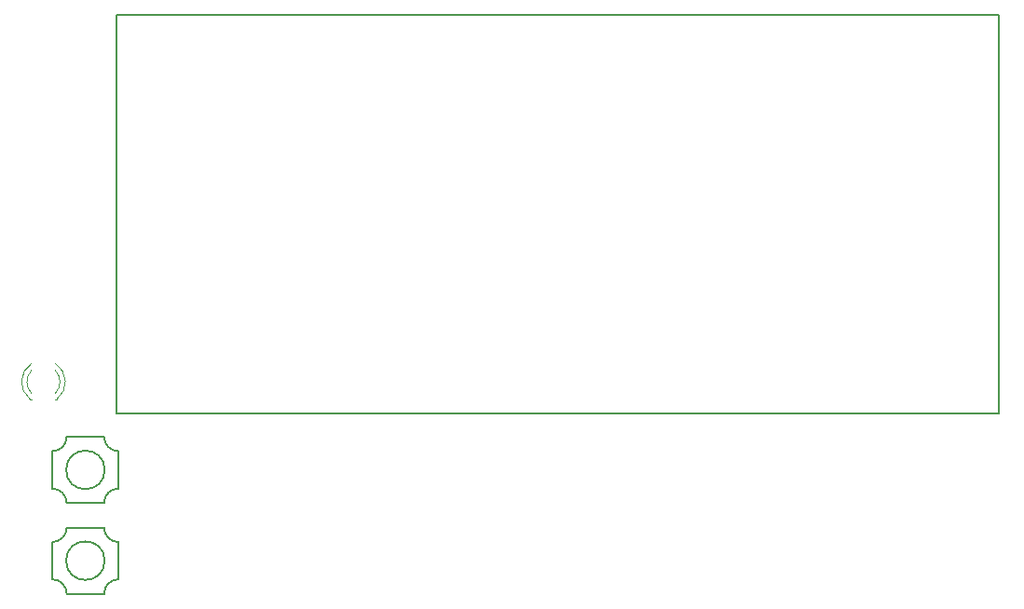
<source format=gbo>
G04 #@! TF.GenerationSoftware,KiCad,Pcbnew,(5.1.5)-2*
G04 #@! TF.CreationDate,2020-02-20T16:43:49+01:00*
G04 #@! TF.ProjectId,BBMini32,42424d69-6e69-4333-922e-6b696361645f,V1.0*
G04 #@! TF.SameCoordinates,PX1312d00PY55d4a80*
G04 #@! TF.FileFunction,Legend,Bot*
G04 #@! TF.FilePolarity,Positive*
%FSLAX46Y46*%
G04 Gerber Fmt 4.6, Leading zero omitted, Abs format (unit mm)*
G04 Created by KiCad (PCBNEW (5.1.5)-2) date 2020-02-20 16:43:49*
%MOMM*%
%LPD*%
G04 APERTURE LIST*
%ADD10C,0.120000*%
%ADD11C,0.150000*%
%ADD12C,1.902000*%
%ADD13R,1.902000X1.902000*%
%ADD14C,2.102000*%
%ADD15C,1.602000*%
%ADD16C,6.502000*%
%ADD17C,5.102000*%
%ADD18O,1.702000X1.702000*%
%ADD19R,1.702000X1.702000*%
%ADD20C,0.100000*%
%ADD21O,1.602000X2.102000*%
%ADD22C,1.702000*%
%ADD23R,1.152000X1.602000*%
%ADD24O,1.152000X1.602000*%
%ADD25O,1.802000X1.802000*%
%ADD26R,1.802000X1.802000*%
G04 APERTURE END LIST*
D10*
X1780000Y32941000D02*
X1624000Y32941000D01*
X4096000Y32941000D02*
X3940000Y32941000D01*
X1780163Y35542130D02*
G75*
G03X1780000Y33460039I1079837J-1041130D01*
G01*
X3939837Y35542130D02*
G75*
G02X3940000Y33460039I-1079837J-1041130D01*
G01*
X1781392Y36173335D02*
G75*
G03X1624484Y32941000I1078608J-1672335D01*
G01*
X3938608Y36173335D02*
G75*
G02X4095516Y32941000I-1078608J-1672335D01*
G01*
D11*
X4970000Y15245000D02*
G75*
G03X3670000Y16545000I-1300000J0D01*
G01*
X9670000Y16545000D02*
G75*
G03X8370000Y15245000I0J-1300000D01*
G01*
X8370000Y21245000D02*
G75*
G03X9670000Y19945000I1300000J0D01*
G01*
X3670000Y19945000D02*
G75*
G03X4970000Y21245000I0J1300000D01*
G01*
X9670000Y16545000D02*
X9670000Y19945000D01*
X3670000Y19945000D02*
X3670000Y16545000D01*
X4970000Y15245000D02*
X8370000Y15245000D01*
X4970000Y21245000D02*
X8370000Y21245000D01*
X8422600Y18245000D02*
G75*
G03X8422600Y18245000I-1752600J0D01*
G01*
X4970000Y23500000D02*
G75*
G03X3670000Y24800000I-1300000J0D01*
G01*
X9670000Y24800000D02*
G75*
G03X8370000Y23500000I0J-1300000D01*
G01*
X8370000Y29500000D02*
G75*
G03X9670000Y28200000I1300000J0D01*
G01*
X3670000Y28200000D02*
G75*
G03X4970000Y29500000I0J1300000D01*
G01*
X9670000Y24800000D02*
X9670000Y28200000D01*
X3670000Y28200000D02*
X3670000Y24800000D01*
X4970000Y23500000D02*
X8370000Y23500000D01*
X4970000Y29500000D02*
X8370000Y29500000D01*
X8422600Y26500000D02*
G75*
G03X8422600Y26500000I-1752600J0D01*
G01*
X89696000Y67835000D02*
X89696000Y31635000D01*
X9496000Y67835000D02*
X9496000Y31635000D01*
X89696000Y67835000D02*
X9496000Y67835000D01*
X89696000Y31635000D02*
X9496000Y31635000D01*
%LPC*%
D12*
X2860000Y35771000D03*
D13*
X2860000Y33231000D03*
D14*
X10480000Y20785000D03*
X2860000Y20785000D03*
X10480000Y15705000D03*
X2860000Y15705000D03*
X10480000Y29040000D03*
X2860000Y29040000D03*
X10480000Y23960000D03*
X2860000Y23960000D03*
D15*
X65725000Y44280000D03*
X42865000Y44280000D03*
X40325000Y44280000D03*
X60645000Y44280000D03*
X20005000Y44280000D03*
X22545000Y44280000D03*
X25085000Y44280000D03*
X27625000Y44280000D03*
X30165000Y44280000D03*
X32705000Y44280000D03*
X35245000Y44280000D03*
X37785000Y44280000D03*
X63185000Y44280000D03*
X58105000Y44280000D03*
X55565000Y44280000D03*
X53025000Y44280000D03*
X50485000Y44280000D03*
X47945000Y44280000D03*
X45405000Y44280000D03*
X65725000Y18880000D03*
X60645000Y18880000D03*
X20005000Y18880000D03*
X22545000Y18880000D03*
X25085000Y18880000D03*
X27625000Y18880000D03*
X30165000Y18880000D03*
X32705000Y18880000D03*
X35245000Y18880000D03*
X37785000Y18880000D03*
X63185000Y18880000D03*
X58105000Y18880000D03*
X55565000Y18880000D03*
X53025000Y18880000D03*
X50485000Y18880000D03*
X47945000Y18880000D03*
X45405000Y18880000D03*
X42865000Y18880000D03*
X40325000Y18880000D03*
D16*
X5000000Y5000000D03*
X95000000Y5000000D03*
X95000000Y65000000D03*
X5000000Y65000000D03*
D12*
X43496000Y65235000D03*
X46036000Y65235000D03*
X48576000Y65235000D03*
X51116000Y65235000D03*
X53656000Y65235000D03*
X56196000Y65235000D03*
X58736000Y65235000D03*
X61276000Y65235000D03*
X63816000Y65235000D03*
X66356000Y65235000D03*
X68896000Y65235000D03*
X71436000Y65235000D03*
X73976000Y65235000D03*
X76516000Y65235000D03*
X79056000Y65235000D03*
D13*
X81596000Y65235000D03*
D17*
X12246000Y34385000D03*
X86946000Y34385000D03*
X12246000Y65135000D03*
X86946000Y65085000D03*
D18*
X78425000Y25865000D03*
X96205000Y18245000D03*
X80965000Y25865000D03*
X93665000Y18245000D03*
X83505000Y25865000D03*
X91125000Y18245000D03*
X86045000Y25865000D03*
X88585000Y18245000D03*
X88585000Y25865000D03*
X86045000Y18245000D03*
X91125000Y25865000D03*
X83505000Y18245000D03*
X93665000Y25865000D03*
X80965000Y18245000D03*
X96205000Y25865000D03*
D19*
X78425000Y18245000D03*
D18*
X58740000Y55075000D03*
X40960000Y62695000D03*
X56200000Y55075000D03*
X43500000Y62695000D03*
X53660000Y55075000D03*
X46040000Y62695000D03*
X51120000Y55075000D03*
X48580000Y62695000D03*
X48580000Y55075000D03*
X51120000Y62695000D03*
X46040000Y55075000D03*
X53660000Y62695000D03*
X43500000Y55075000D03*
X56200000Y62695000D03*
X40960000Y55075000D03*
D19*
X58740000Y62695000D03*
D20*
G36*
X87667405Y8306933D02*
G01*
X87699002Y8302246D01*
X87729988Y8294484D01*
X87760063Y8283723D01*
X87788940Y8270065D01*
X87816338Y8253643D01*
X87841995Y8234615D01*
X87865663Y8213163D01*
X87887115Y8189495D01*
X87906143Y8163838D01*
X87922565Y8136440D01*
X87936223Y8107563D01*
X87946984Y8077488D01*
X87954746Y8046502D01*
X87959433Y8014905D01*
X87961000Y7983000D01*
X87961000Y6432000D01*
X87959433Y6400095D01*
X87954746Y6368498D01*
X87946984Y6337512D01*
X87936223Y6307437D01*
X87922565Y6278560D01*
X87906143Y6251162D01*
X87887115Y6225505D01*
X87865663Y6201837D01*
X87841995Y6180385D01*
X87816338Y6161357D01*
X87788940Y6144935D01*
X87760063Y6131277D01*
X87729988Y6120516D01*
X87699002Y6112754D01*
X87667405Y6108067D01*
X87635500Y6106500D01*
X86984500Y6106500D01*
X86952595Y6108067D01*
X86920998Y6112754D01*
X86890012Y6120516D01*
X86859937Y6131277D01*
X86831060Y6144935D01*
X86803662Y6161357D01*
X86778005Y6180385D01*
X86754337Y6201837D01*
X86732885Y6225505D01*
X86713857Y6251162D01*
X86697435Y6278560D01*
X86683777Y6307437D01*
X86673016Y6337512D01*
X86665254Y6368498D01*
X86660567Y6400095D01*
X86659000Y6432000D01*
X86659000Y7983000D01*
X86660567Y8014905D01*
X86665254Y8046502D01*
X86673016Y8077488D01*
X86683777Y8107563D01*
X86697435Y8136440D01*
X86713857Y8163838D01*
X86732885Y8189495D01*
X86754337Y8213163D01*
X86778005Y8234615D01*
X86803662Y8253643D01*
X86831060Y8270065D01*
X86859937Y8283723D01*
X86890012Y8294484D01*
X86920998Y8302246D01*
X86952595Y8306933D01*
X86984500Y8308500D01*
X87635500Y8308500D01*
X87667405Y8306933D01*
G37*
G36*
X86217405Y10956933D02*
G01*
X86249002Y10952246D01*
X86279988Y10944484D01*
X86310063Y10933723D01*
X86338940Y10920065D01*
X86366338Y10903643D01*
X86391995Y10884615D01*
X86415663Y10863163D01*
X86437115Y10839495D01*
X86456143Y10813838D01*
X86472565Y10786440D01*
X86486223Y10757563D01*
X86496984Y10727488D01*
X86504746Y10696502D01*
X86509433Y10664905D01*
X86511000Y10633000D01*
X86511000Y9982000D01*
X86509433Y9950095D01*
X86504746Y9918498D01*
X86496984Y9887512D01*
X86486223Y9857437D01*
X86472565Y9828560D01*
X86456143Y9801162D01*
X86437115Y9775505D01*
X86415663Y9751837D01*
X86391995Y9730385D01*
X86366338Y9711357D01*
X86338940Y9694935D01*
X86310063Y9681277D01*
X86279988Y9670516D01*
X86249002Y9662754D01*
X86217405Y9658067D01*
X86185500Y9656500D01*
X84634500Y9656500D01*
X84602595Y9658067D01*
X84570998Y9662754D01*
X84540012Y9670516D01*
X84509937Y9681277D01*
X84481060Y9694935D01*
X84453662Y9711357D01*
X84428005Y9730385D01*
X84404337Y9751837D01*
X84382885Y9775505D01*
X84363857Y9801162D01*
X84347435Y9828560D01*
X84333777Y9857437D01*
X84323016Y9887512D01*
X84315254Y9918498D01*
X84310567Y9950095D01*
X84309000Y9982000D01*
X84309000Y10633000D01*
X84310567Y10664905D01*
X84315254Y10696502D01*
X84323016Y10727488D01*
X84333777Y10757563D01*
X84347435Y10786440D01*
X84363857Y10813838D01*
X84382885Y10839495D01*
X84404337Y10863163D01*
X84428005Y10884615D01*
X84453662Y10903643D01*
X84481060Y10920065D01*
X84509937Y10933723D01*
X84540012Y10944484D01*
X84570998Y10952246D01*
X84602595Y10956933D01*
X84634500Y10958500D01*
X86185500Y10958500D01*
X86217405Y10956933D01*
G37*
G36*
X83867405Y8306933D02*
G01*
X83899002Y8302246D01*
X83929988Y8294484D01*
X83960063Y8283723D01*
X83988940Y8270065D01*
X84016338Y8253643D01*
X84041995Y8234615D01*
X84065663Y8213163D01*
X84087115Y8189495D01*
X84106143Y8163838D01*
X84122565Y8136440D01*
X84136223Y8107563D01*
X84146984Y8077488D01*
X84154746Y8046502D01*
X84159433Y8014905D01*
X84161000Y7983000D01*
X84161000Y6432000D01*
X84159433Y6400095D01*
X84154746Y6368498D01*
X84146984Y6337512D01*
X84136223Y6307437D01*
X84122565Y6278560D01*
X84106143Y6251162D01*
X84087115Y6225505D01*
X84065663Y6201837D01*
X84041995Y6180385D01*
X84016338Y6161357D01*
X83988940Y6144935D01*
X83960063Y6131277D01*
X83929988Y6120516D01*
X83899002Y6112754D01*
X83867405Y6108067D01*
X83835500Y6106500D01*
X83184500Y6106500D01*
X83152595Y6108067D01*
X83120998Y6112754D01*
X83090012Y6120516D01*
X83059937Y6131277D01*
X83031060Y6144935D01*
X83003662Y6161357D01*
X82978005Y6180385D01*
X82954337Y6201837D01*
X82932885Y6225505D01*
X82913857Y6251162D01*
X82897435Y6278560D01*
X82883777Y6307437D01*
X82873016Y6337512D01*
X82865254Y6368498D01*
X82860567Y6400095D01*
X82859000Y6432000D01*
X82859000Y7983000D01*
X82860567Y8014905D01*
X82865254Y8046502D01*
X82873016Y8077488D01*
X82883777Y8107563D01*
X82897435Y8136440D01*
X82913857Y8163838D01*
X82932885Y8189495D01*
X82954337Y8213163D01*
X82978005Y8234615D01*
X83003662Y8253643D01*
X83031060Y8270065D01*
X83059937Y8283723D01*
X83090012Y8294484D01*
X83120998Y8302246D01*
X83152595Y8306933D01*
X83184500Y8308500D01*
X83835500Y8308500D01*
X83867405Y8306933D01*
G37*
D21*
X87410000Y2557500D03*
X83410000Y2557500D03*
D20*
G36*
X77507405Y8306933D02*
G01*
X77539002Y8302246D01*
X77569988Y8294484D01*
X77600063Y8283723D01*
X77628940Y8270065D01*
X77656338Y8253643D01*
X77681995Y8234615D01*
X77705663Y8213163D01*
X77727115Y8189495D01*
X77746143Y8163838D01*
X77762565Y8136440D01*
X77776223Y8107563D01*
X77786984Y8077488D01*
X77794746Y8046502D01*
X77799433Y8014905D01*
X77801000Y7983000D01*
X77801000Y6432000D01*
X77799433Y6400095D01*
X77794746Y6368498D01*
X77786984Y6337512D01*
X77776223Y6307437D01*
X77762565Y6278560D01*
X77746143Y6251162D01*
X77727115Y6225505D01*
X77705663Y6201837D01*
X77681995Y6180385D01*
X77656338Y6161357D01*
X77628940Y6144935D01*
X77600063Y6131277D01*
X77569988Y6120516D01*
X77539002Y6112754D01*
X77507405Y6108067D01*
X77475500Y6106500D01*
X76824500Y6106500D01*
X76792595Y6108067D01*
X76760998Y6112754D01*
X76730012Y6120516D01*
X76699937Y6131277D01*
X76671060Y6144935D01*
X76643662Y6161357D01*
X76618005Y6180385D01*
X76594337Y6201837D01*
X76572885Y6225505D01*
X76553857Y6251162D01*
X76537435Y6278560D01*
X76523777Y6307437D01*
X76513016Y6337512D01*
X76505254Y6368498D01*
X76500567Y6400095D01*
X76499000Y6432000D01*
X76499000Y7983000D01*
X76500567Y8014905D01*
X76505254Y8046502D01*
X76513016Y8077488D01*
X76523777Y8107563D01*
X76537435Y8136440D01*
X76553857Y8163838D01*
X76572885Y8189495D01*
X76594337Y8213163D01*
X76618005Y8234615D01*
X76643662Y8253643D01*
X76671060Y8270065D01*
X76699937Y8283723D01*
X76730012Y8294484D01*
X76760998Y8302246D01*
X76792595Y8306933D01*
X76824500Y8308500D01*
X77475500Y8308500D01*
X77507405Y8306933D01*
G37*
G36*
X76057405Y10956933D02*
G01*
X76089002Y10952246D01*
X76119988Y10944484D01*
X76150063Y10933723D01*
X76178940Y10920065D01*
X76206338Y10903643D01*
X76231995Y10884615D01*
X76255663Y10863163D01*
X76277115Y10839495D01*
X76296143Y10813838D01*
X76312565Y10786440D01*
X76326223Y10757563D01*
X76336984Y10727488D01*
X76344746Y10696502D01*
X76349433Y10664905D01*
X76351000Y10633000D01*
X76351000Y9982000D01*
X76349433Y9950095D01*
X76344746Y9918498D01*
X76336984Y9887512D01*
X76326223Y9857437D01*
X76312565Y9828560D01*
X76296143Y9801162D01*
X76277115Y9775505D01*
X76255663Y9751837D01*
X76231995Y9730385D01*
X76206338Y9711357D01*
X76178940Y9694935D01*
X76150063Y9681277D01*
X76119988Y9670516D01*
X76089002Y9662754D01*
X76057405Y9658067D01*
X76025500Y9656500D01*
X74474500Y9656500D01*
X74442595Y9658067D01*
X74410998Y9662754D01*
X74380012Y9670516D01*
X74349937Y9681277D01*
X74321060Y9694935D01*
X74293662Y9711357D01*
X74268005Y9730385D01*
X74244337Y9751837D01*
X74222885Y9775505D01*
X74203857Y9801162D01*
X74187435Y9828560D01*
X74173777Y9857437D01*
X74163016Y9887512D01*
X74155254Y9918498D01*
X74150567Y9950095D01*
X74149000Y9982000D01*
X74149000Y10633000D01*
X74150567Y10664905D01*
X74155254Y10696502D01*
X74163016Y10727488D01*
X74173777Y10757563D01*
X74187435Y10786440D01*
X74203857Y10813838D01*
X74222885Y10839495D01*
X74244337Y10863163D01*
X74268005Y10884615D01*
X74293662Y10903643D01*
X74321060Y10920065D01*
X74349937Y10933723D01*
X74380012Y10944484D01*
X74410998Y10952246D01*
X74442595Y10956933D01*
X74474500Y10958500D01*
X76025500Y10958500D01*
X76057405Y10956933D01*
G37*
G36*
X73707405Y8306933D02*
G01*
X73739002Y8302246D01*
X73769988Y8294484D01*
X73800063Y8283723D01*
X73828940Y8270065D01*
X73856338Y8253643D01*
X73881995Y8234615D01*
X73905663Y8213163D01*
X73927115Y8189495D01*
X73946143Y8163838D01*
X73962565Y8136440D01*
X73976223Y8107563D01*
X73986984Y8077488D01*
X73994746Y8046502D01*
X73999433Y8014905D01*
X74001000Y7983000D01*
X74001000Y6432000D01*
X73999433Y6400095D01*
X73994746Y6368498D01*
X73986984Y6337512D01*
X73976223Y6307437D01*
X73962565Y6278560D01*
X73946143Y6251162D01*
X73927115Y6225505D01*
X73905663Y6201837D01*
X73881995Y6180385D01*
X73856338Y6161357D01*
X73828940Y6144935D01*
X73800063Y6131277D01*
X73769988Y6120516D01*
X73739002Y6112754D01*
X73707405Y6108067D01*
X73675500Y6106500D01*
X73024500Y6106500D01*
X72992595Y6108067D01*
X72960998Y6112754D01*
X72930012Y6120516D01*
X72899937Y6131277D01*
X72871060Y6144935D01*
X72843662Y6161357D01*
X72818005Y6180385D01*
X72794337Y6201837D01*
X72772885Y6225505D01*
X72753857Y6251162D01*
X72737435Y6278560D01*
X72723777Y6307437D01*
X72713016Y6337512D01*
X72705254Y6368498D01*
X72700567Y6400095D01*
X72699000Y6432000D01*
X72699000Y7983000D01*
X72700567Y8014905D01*
X72705254Y8046502D01*
X72713016Y8077488D01*
X72723777Y8107563D01*
X72737435Y8136440D01*
X72753857Y8163838D01*
X72772885Y8189495D01*
X72794337Y8213163D01*
X72818005Y8234615D01*
X72843662Y8253643D01*
X72871060Y8270065D01*
X72899937Y8283723D01*
X72930012Y8294484D01*
X72960998Y8302246D01*
X72992595Y8306933D01*
X73024500Y8308500D01*
X73675500Y8308500D01*
X73707405Y8306933D01*
G37*
D21*
X77250000Y2557500D03*
X73250000Y2557500D03*
D20*
G36*
X67347405Y8306933D02*
G01*
X67379002Y8302246D01*
X67409988Y8294484D01*
X67440063Y8283723D01*
X67468940Y8270065D01*
X67496338Y8253643D01*
X67521995Y8234615D01*
X67545663Y8213163D01*
X67567115Y8189495D01*
X67586143Y8163838D01*
X67602565Y8136440D01*
X67616223Y8107563D01*
X67626984Y8077488D01*
X67634746Y8046502D01*
X67639433Y8014905D01*
X67641000Y7983000D01*
X67641000Y6432000D01*
X67639433Y6400095D01*
X67634746Y6368498D01*
X67626984Y6337512D01*
X67616223Y6307437D01*
X67602565Y6278560D01*
X67586143Y6251162D01*
X67567115Y6225505D01*
X67545663Y6201837D01*
X67521995Y6180385D01*
X67496338Y6161357D01*
X67468940Y6144935D01*
X67440063Y6131277D01*
X67409988Y6120516D01*
X67379002Y6112754D01*
X67347405Y6108067D01*
X67315500Y6106500D01*
X66664500Y6106500D01*
X66632595Y6108067D01*
X66600998Y6112754D01*
X66570012Y6120516D01*
X66539937Y6131277D01*
X66511060Y6144935D01*
X66483662Y6161357D01*
X66458005Y6180385D01*
X66434337Y6201837D01*
X66412885Y6225505D01*
X66393857Y6251162D01*
X66377435Y6278560D01*
X66363777Y6307437D01*
X66353016Y6337512D01*
X66345254Y6368498D01*
X66340567Y6400095D01*
X66339000Y6432000D01*
X66339000Y7983000D01*
X66340567Y8014905D01*
X66345254Y8046502D01*
X66353016Y8077488D01*
X66363777Y8107563D01*
X66377435Y8136440D01*
X66393857Y8163838D01*
X66412885Y8189495D01*
X66434337Y8213163D01*
X66458005Y8234615D01*
X66483662Y8253643D01*
X66511060Y8270065D01*
X66539937Y8283723D01*
X66570012Y8294484D01*
X66600998Y8302246D01*
X66632595Y8306933D01*
X66664500Y8308500D01*
X67315500Y8308500D01*
X67347405Y8306933D01*
G37*
G36*
X65897405Y10956933D02*
G01*
X65929002Y10952246D01*
X65959988Y10944484D01*
X65990063Y10933723D01*
X66018940Y10920065D01*
X66046338Y10903643D01*
X66071995Y10884615D01*
X66095663Y10863163D01*
X66117115Y10839495D01*
X66136143Y10813838D01*
X66152565Y10786440D01*
X66166223Y10757563D01*
X66176984Y10727488D01*
X66184746Y10696502D01*
X66189433Y10664905D01*
X66191000Y10633000D01*
X66191000Y9982000D01*
X66189433Y9950095D01*
X66184746Y9918498D01*
X66176984Y9887512D01*
X66166223Y9857437D01*
X66152565Y9828560D01*
X66136143Y9801162D01*
X66117115Y9775505D01*
X66095663Y9751837D01*
X66071995Y9730385D01*
X66046338Y9711357D01*
X66018940Y9694935D01*
X65990063Y9681277D01*
X65959988Y9670516D01*
X65929002Y9662754D01*
X65897405Y9658067D01*
X65865500Y9656500D01*
X64314500Y9656500D01*
X64282595Y9658067D01*
X64250998Y9662754D01*
X64220012Y9670516D01*
X64189937Y9681277D01*
X64161060Y9694935D01*
X64133662Y9711357D01*
X64108005Y9730385D01*
X64084337Y9751837D01*
X64062885Y9775505D01*
X64043857Y9801162D01*
X64027435Y9828560D01*
X64013777Y9857437D01*
X64003016Y9887512D01*
X63995254Y9918498D01*
X63990567Y9950095D01*
X63989000Y9982000D01*
X63989000Y10633000D01*
X63990567Y10664905D01*
X63995254Y10696502D01*
X64003016Y10727488D01*
X64013777Y10757563D01*
X64027435Y10786440D01*
X64043857Y10813838D01*
X64062885Y10839495D01*
X64084337Y10863163D01*
X64108005Y10884615D01*
X64133662Y10903643D01*
X64161060Y10920065D01*
X64189937Y10933723D01*
X64220012Y10944484D01*
X64250998Y10952246D01*
X64282595Y10956933D01*
X64314500Y10958500D01*
X65865500Y10958500D01*
X65897405Y10956933D01*
G37*
G36*
X63547405Y8306933D02*
G01*
X63579002Y8302246D01*
X63609988Y8294484D01*
X63640063Y8283723D01*
X63668940Y8270065D01*
X63696338Y8253643D01*
X63721995Y8234615D01*
X63745663Y8213163D01*
X63767115Y8189495D01*
X63786143Y8163838D01*
X63802565Y8136440D01*
X63816223Y8107563D01*
X63826984Y8077488D01*
X63834746Y8046502D01*
X63839433Y8014905D01*
X63841000Y7983000D01*
X63841000Y6432000D01*
X63839433Y6400095D01*
X63834746Y6368498D01*
X63826984Y6337512D01*
X63816223Y6307437D01*
X63802565Y6278560D01*
X63786143Y6251162D01*
X63767115Y6225505D01*
X63745663Y6201837D01*
X63721995Y6180385D01*
X63696338Y6161357D01*
X63668940Y6144935D01*
X63640063Y6131277D01*
X63609988Y6120516D01*
X63579002Y6112754D01*
X63547405Y6108067D01*
X63515500Y6106500D01*
X62864500Y6106500D01*
X62832595Y6108067D01*
X62800998Y6112754D01*
X62770012Y6120516D01*
X62739937Y6131277D01*
X62711060Y6144935D01*
X62683662Y6161357D01*
X62658005Y6180385D01*
X62634337Y6201837D01*
X62612885Y6225505D01*
X62593857Y6251162D01*
X62577435Y6278560D01*
X62563777Y6307437D01*
X62553016Y6337512D01*
X62545254Y6368498D01*
X62540567Y6400095D01*
X62539000Y6432000D01*
X62539000Y7983000D01*
X62540567Y8014905D01*
X62545254Y8046502D01*
X62553016Y8077488D01*
X62563777Y8107563D01*
X62577435Y8136440D01*
X62593857Y8163838D01*
X62612885Y8189495D01*
X62634337Y8213163D01*
X62658005Y8234615D01*
X62683662Y8253643D01*
X62711060Y8270065D01*
X62739937Y8283723D01*
X62770012Y8294484D01*
X62800998Y8302246D01*
X62832595Y8306933D01*
X62864500Y8308500D01*
X63515500Y8308500D01*
X63547405Y8306933D01*
G37*
D21*
X67090000Y2557500D03*
X63090000Y2557500D03*
D20*
G36*
X57187405Y8306933D02*
G01*
X57219002Y8302246D01*
X57249988Y8294484D01*
X57280063Y8283723D01*
X57308940Y8270065D01*
X57336338Y8253643D01*
X57361995Y8234615D01*
X57385663Y8213163D01*
X57407115Y8189495D01*
X57426143Y8163838D01*
X57442565Y8136440D01*
X57456223Y8107563D01*
X57466984Y8077488D01*
X57474746Y8046502D01*
X57479433Y8014905D01*
X57481000Y7983000D01*
X57481000Y6432000D01*
X57479433Y6400095D01*
X57474746Y6368498D01*
X57466984Y6337512D01*
X57456223Y6307437D01*
X57442565Y6278560D01*
X57426143Y6251162D01*
X57407115Y6225505D01*
X57385663Y6201837D01*
X57361995Y6180385D01*
X57336338Y6161357D01*
X57308940Y6144935D01*
X57280063Y6131277D01*
X57249988Y6120516D01*
X57219002Y6112754D01*
X57187405Y6108067D01*
X57155500Y6106500D01*
X56504500Y6106500D01*
X56472595Y6108067D01*
X56440998Y6112754D01*
X56410012Y6120516D01*
X56379937Y6131277D01*
X56351060Y6144935D01*
X56323662Y6161357D01*
X56298005Y6180385D01*
X56274337Y6201837D01*
X56252885Y6225505D01*
X56233857Y6251162D01*
X56217435Y6278560D01*
X56203777Y6307437D01*
X56193016Y6337512D01*
X56185254Y6368498D01*
X56180567Y6400095D01*
X56179000Y6432000D01*
X56179000Y7983000D01*
X56180567Y8014905D01*
X56185254Y8046502D01*
X56193016Y8077488D01*
X56203777Y8107563D01*
X56217435Y8136440D01*
X56233857Y8163838D01*
X56252885Y8189495D01*
X56274337Y8213163D01*
X56298005Y8234615D01*
X56323662Y8253643D01*
X56351060Y8270065D01*
X56379937Y8283723D01*
X56410012Y8294484D01*
X56440998Y8302246D01*
X56472595Y8306933D01*
X56504500Y8308500D01*
X57155500Y8308500D01*
X57187405Y8306933D01*
G37*
G36*
X55737405Y10956933D02*
G01*
X55769002Y10952246D01*
X55799988Y10944484D01*
X55830063Y10933723D01*
X55858940Y10920065D01*
X55886338Y10903643D01*
X55911995Y10884615D01*
X55935663Y10863163D01*
X55957115Y10839495D01*
X55976143Y10813838D01*
X55992565Y10786440D01*
X56006223Y10757563D01*
X56016984Y10727488D01*
X56024746Y10696502D01*
X56029433Y10664905D01*
X56031000Y10633000D01*
X56031000Y9982000D01*
X56029433Y9950095D01*
X56024746Y9918498D01*
X56016984Y9887512D01*
X56006223Y9857437D01*
X55992565Y9828560D01*
X55976143Y9801162D01*
X55957115Y9775505D01*
X55935663Y9751837D01*
X55911995Y9730385D01*
X55886338Y9711357D01*
X55858940Y9694935D01*
X55830063Y9681277D01*
X55799988Y9670516D01*
X55769002Y9662754D01*
X55737405Y9658067D01*
X55705500Y9656500D01*
X54154500Y9656500D01*
X54122595Y9658067D01*
X54090998Y9662754D01*
X54060012Y9670516D01*
X54029937Y9681277D01*
X54001060Y9694935D01*
X53973662Y9711357D01*
X53948005Y9730385D01*
X53924337Y9751837D01*
X53902885Y9775505D01*
X53883857Y9801162D01*
X53867435Y9828560D01*
X53853777Y9857437D01*
X53843016Y9887512D01*
X53835254Y9918498D01*
X53830567Y9950095D01*
X53829000Y9982000D01*
X53829000Y10633000D01*
X53830567Y10664905D01*
X53835254Y10696502D01*
X53843016Y10727488D01*
X53853777Y10757563D01*
X53867435Y10786440D01*
X53883857Y10813838D01*
X53902885Y10839495D01*
X53924337Y10863163D01*
X53948005Y10884615D01*
X53973662Y10903643D01*
X54001060Y10920065D01*
X54029937Y10933723D01*
X54060012Y10944484D01*
X54090998Y10952246D01*
X54122595Y10956933D01*
X54154500Y10958500D01*
X55705500Y10958500D01*
X55737405Y10956933D01*
G37*
G36*
X53387405Y8306933D02*
G01*
X53419002Y8302246D01*
X53449988Y8294484D01*
X53480063Y8283723D01*
X53508940Y8270065D01*
X53536338Y8253643D01*
X53561995Y8234615D01*
X53585663Y8213163D01*
X53607115Y8189495D01*
X53626143Y8163838D01*
X53642565Y8136440D01*
X53656223Y8107563D01*
X53666984Y8077488D01*
X53674746Y8046502D01*
X53679433Y8014905D01*
X53681000Y7983000D01*
X53681000Y6432000D01*
X53679433Y6400095D01*
X53674746Y6368498D01*
X53666984Y6337512D01*
X53656223Y6307437D01*
X53642565Y6278560D01*
X53626143Y6251162D01*
X53607115Y6225505D01*
X53585663Y6201837D01*
X53561995Y6180385D01*
X53536338Y6161357D01*
X53508940Y6144935D01*
X53480063Y6131277D01*
X53449988Y6120516D01*
X53419002Y6112754D01*
X53387405Y6108067D01*
X53355500Y6106500D01*
X52704500Y6106500D01*
X52672595Y6108067D01*
X52640998Y6112754D01*
X52610012Y6120516D01*
X52579937Y6131277D01*
X52551060Y6144935D01*
X52523662Y6161357D01*
X52498005Y6180385D01*
X52474337Y6201837D01*
X52452885Y6225505D01*
X52433857Y6251162D01*
X52417435Y6278560D01*
X52403777Y6307437D01*
X52393016Y6337512D01*
X52385254Y6368498D01*
X52380567Y6400095D01*
X52379000Y6432000D01*
X52379000Y7983000D01*
X52380567Y8014905D01*
X52385254Y8046502D01*
X52393016Y8077488D01*
X52403777Y8107563D01*
X52417435Y8136440D01*
X52433857Y8163838D01*
X52452885Y8189495D01*
X52474337Y8213163D01*
X52498005Y8234615D01*
X52523662Y8253643D01*
X52551060Y8270065D01*
X52579937Y8283723D01*
X52610012Y8294484D01*
X52640998Y8302246D01*
X52672595Y8306933D01*
X52704500Y8308500D01*
X53355500Y8308500D01*
X53387405Y8306933D01*
G37*
D21*
X56930000Y2557500D03*
X52930000Y2557500D03*
D20*
G36*
X47027405Y8306933D02*
G01*
X47059002Y8302246D01*
X47089988Y8294484D01*
X47120063Y8283723D01*
X47148940Y8270065D01*
X47176338Y8253643D01*
X47201995Y8234615D01*
X47225663Y8213163D01*
X47247115Y8189495D01*
X47266143Y8163838D01*
X47282565Y8136440D01*
X47296223Y8107563D01*
X47306984Y8077488D01*
X47314746Y8046502D01*
X47319433Y8014905D01*
X47321000Y7983000D01*
X47321000Y6432000D01*
X47319433Y6400095D01*
X47314746Y6368498D01*
X47306984Y6337512D01*
X47296223Y6307437D01*
X47282565Y6278560D01*
X47266143Y6251162D01*
X47247115Y6225505D01*
X47225663Y6201837D01*
X47201995Y6180385D01*
X47176338Y6161357D01*
X47148940Y6144935D01*
X47120063Y6131277D01*
X47089988Y6120516D01*
X47059002Y6112754D01*
X47027405Y6108067D01*
X46995500Y6106500D01*
X46344500Y6106500D01*
X46312595Y6108067D01*
X46280998Y6112754D01*
X46250012Y6120516D01*
X46219937Y6131277D01*
X46191060Y6144935D01*
X46163662Y6161357D01*
X46138005Y6180385D01*
X46114337Y6201837D01*
X46092885Y6225505D01*
X46073857Y6251162D01*
X46057435Y6278560D01*
X46043777Y6307437D01*
X46033016Y6337512D01*
X46025254Y6368498D01*
X46020567Y6400095D01*
X46019000Y6432000D01*
X46019000Y7983000D01*
X46020567Y8014905D01*
X46025254Y8046502D01*
X46033016Y8077488D01*
X46043777Y8107563D01*
X46057435Y8136440D01*
X46073857Y8163838D01*
X46092885Y8189495D01*
X46114337Y8213163D01*
X46138005Y8234615D01*
X46163662Y8253643D01*
X46191060Y8270065D01*
X46219937Y8283723D01*
X46250012Y8294484D01*
X46280998Y8302246D01*
X46312595Y8306933D01*
X46344500Y8308500D01*
X46995500Y8308500D01*
X47027405Y8306933D01*
G37*
G36*
X45577405Y10956933D02*
G01*
X45609002Y10952246D01*
X45639988Y10944484D01*
X45670063Y10933723D01*
X45698940Y10920065D01*
X45726338Y10903643D01*
X45751995Y10884615D01*
X45775663Y10863163D01*
X45797115Y10839495D01*
X45816143Y10813838D01*
X45832565Y10786440D01*
X45846223Y10757563D01*
X45856984Y10727488D01*
X45864746Y10696502D01*
X45869433Y10664905D01*
X45871000Y10633000D01*
X45871000Y9982000D01*
X45869433Y9950095D01*
X45864746Y9918498D01*
X45856984Y9887512D01*
X45846223Y9857437D01*
X45832565Y9828560D01*
X45816143Y9801162D01*
X45797115Y9775505D01*
X45775663Y9751837D01*
X45751995Y9730385D01*
X45726338Y9711357D01*
X45698940Y9694935D01*
X45670063Y9681277D01*
X45639988Y9670516D01*
X45609002Y9662754D01*
X45577405Y9658067D01*
X45545500Y9656500D01*
X43994500Y9656500D01*
X43962595Y9658067D01*
X43930998Y9662754D01*
X43900012Y9670516D01*
X43869937Y9681277D01*
X43841060Y9694935D01*
X43813662Y9711357D01*
X43788005Y9730385D01*
X43764337Y9751837D01*
X43742885Y9775505D01*
X43723857Y9801162D01*
X43707435Y9828560D01*
X43693777Y9857437D01*
X43683016Y9887512D01*
X43675254Y9918498D01*
X43670567Y9950095D01*
X43669000Y9982000D01*
X43669000Y10633000D01*
X43670567Y10664905D01*
X43675254Y10696502D01*
X43683016Y10727488D01*
X43693777Y10757563D01*
X43707435Y10786440D01*
X43723857Y10813838D01*
X43742885Y10839495D01*
X43764337Y10863163D01*
X43788005Y10884615D01*
X43813662Y10903643D01*
X43841060Y10920065D01*
X43869937Y10933723D01*
X43900012Y10944484D01*
X43930998Y10952246D01*
X43962595Y10956933D01*
X43994500Y10958500D01*
X45545500Y10958500D01*
X45577405Y10956933D01*
G37*
G36*
X43227405Y8306933D02*
G01*
X43259002Y8302246D01*
X43289988Y8294484D01*
X43320063Y8283723D01*
X43348940Y8270065D01*
X43376338Y8253643D01*
X43401995Y8234615D01*
X43425663Y8213163D01*
X43447115Y8189495D01*
X43466143Y8163838D01*
X43482565Y8136440D01*
X43496223Y8107563D01*
X43506984Y8077488D01*
X43514746Y8046502D01*
X43519433Y8014905D01*
X43521000Y7983000D01*
X43521000Y6432000D01*
X43519433Y6400095D01*
X43514746Y6368498D01*
X43506984Y6337512D01*
X43496223Y6307437D01*
X43482565Y6278560D01*
X43466143Y6251162D01*
X43447115Y6225505D01*
X43425663Y6201837D01*
X43401995Y6180385D01*
X43376338Y6161357D01*
X43348940Y6144935D01*
X43320063Y6131277D01*
X43289988Y6120516D01*
X43259002Y6112754D01*
X43227405Y6108067D01*
X43195500Y6106500D01*
X42544500Y6106500D01*
X42512595Y6108067D01*
X42480998Y6112754D01*
X42450012Y6120516D01*
X42419937Y6131277D01*
X42391060Y6144935D01*
X42363662Y6161357D01*
X42338005Y6180385D01*
X42314337Y6201837D01*
X42292885Y6225505D01*
X42273857Y6251162D01*
X42257435Y6278560D01*
X42243777Y6307437D01*
X42233016Y6337512D01*
X42225254Y6368498D01*
X42220567Y6400095D01*
X42219000Y6432000D01*
X42219000Y7983000D01*
X42220567Y8014905D01*
X42225254Y8046502D01*
X42233016Y8077488D01*
X42243777Y8107563D01*
X42257435Y8136440D01*
X42273857Y8163838D01*
X42292885Y8189495D01*
X42314337Y8213163D01*
X42338005Y8234615D01*
X42363662Y8253643D01*
X42391060Y8270065D01*
X42419937Y8283723D01*
X42450012Y8294484D01*
X42480998Y8302246D01*
X42512595Y8306933D01*
X42544500Y8308500D01*
X43195500Y8308500D01*
X43227405Y8306933D01*
G37*
D21*
X46770000Y2557500D03*
X42770000Y2557500D03*
D20*
G36*
X36867405Y8306933D02*
G01*
X36899002Y8302246D01*
X36929988Y8294484D01*
X36960063Y8283723D01*
X36988940Y8270065D01*
X37016338Y8253643D01*
X37041995Y8234615D01*
X37065663Y8213163D01*
X37087115Y8189495D01*
X37106143Y8163838D01*
X37122565Y8136440D01*
X37136223Y8107563D01*
X37146984Y8077488D01*
X37154746Y8046502D01*
X37159433Y8014905D01*
X37161000Y7983000D01*
X37161000Y6432000D01*
X37159433Y6400095D01*
X37154746Y6368498D01*
X37146984Y6337512D01*
X37136223Y6307437D01*
X37122565Y6278560D01*
X37106143Y6251162D01*
X37087115Y6225505D01*
X37065663Y6201837D01*
X37041995Y6180385D01*
X37016338Y6161357D01*
X36988940Y6144935D01*
X36960063Y6131277D01*
X36929988Y6120516D01*
X36899002Y6112754D01*
X36867405Y6108067D01*
X36835500Y6106500D01*
X36184500Y6106500D01*
X36152595Y6108067D01*
X36120998Y6112754D01*
X36090012Y6120516D01*
X36059937Y6131277D01*
X36031060Y6144935D01*
X36003662Y6161357D01*
X35978005Y6180385D01*
X35954337Y6201837D01*
X35932885Y6225505D01*
X35913857Y6251162D01*
X35897435Y6278560D01*
X35883777Y6307437D01*
X35873016Y6337512D01*
X35865254Y6368498D01*
X35860567Y6400095D01*
X35859000Y6432000D01*
X35859000Y7983000D01*
X35860567Y8014905D01*
X35865254Y8046502D01*
X35873016Y8077488D01*
X35883777Y8107563D01*
X35897435Y8136440D01*
X35913857Y8163838D01*
X35932885Y8189495D01*
X35954337Y8213163D01*
X35978005Y8234615D01*
X36003662Y8253643D01*
X36031060Y8270065D01*
X36059937Y8283723D01*
X36090012Y8294484D01*
X36120998Y8302246D01*
X36152595Y8306933D01*
X36184500Y8308500D01*
X36835500Y8308500D01*
X36867405Y8306933D01*
G37*
G36*
X35417405Y10956933D02*
G01*
X35449002Y10952246D01*
X35479988Y10944484D01*
X35510063Y10933723D01*
X35538940Y10920065D01*
X35566338Y10903643D01*
X35591995Y10884615D01*
X35615663Y10863163D01*
X35637115Y10839495D01*
X35656143Y10813838D01*
X35672565Y10786440D01*
X35686223Y10757563D01*
X35696984Y10727488D01*
X35704746Y10696502D01*
X35709433Y10664905D01*
X35711000Y10633000D01*
X35711000Y9982000D01*
X35709433Y9950095D01*
X35704746Y9918498D01*
X35696984Y9887512D01*
X35686223Y9857437D01*
X35672565Y9828560D01*
X35656143Y9801162D01*
X35637115Y9775505D01*
X35615663Y9751837D01*
X35591995Y9730385D01*
X35566338Y9711357D01*
X35538940Y9694935D01*
X35510063Y9681277D01*
X35479988Y9670516D01*
X35449002Y9662754D01*
X35417405Y9658067D01*
X35385500Y9656500D01*
X33834500Y9656500D01*
X33802595Y9658067D01*
X33770998Y9662754D01*
X33740012Y9670516D01*
X33709937Y9681277D01*
X33681060Y9694935D01*
X33653662Y9711357D01*
X33628005Y9730385D01*
X33604337Y9751837D01*
X33582885Y9775505D01*
X33563857Y9801162D01*
X33547435Y9828560D01*
X33533777Y9857437D01*
X33523016Y9887512D01*
X33515254Y9918498D01*
X33510567Y9950095D01*
X33509000Y9982000D01*
X33509000Y10633000D01*
X33510567Y10664905D01*
X33515254Y10696502D01*
X33523016Y10727488D01*
X33533777Y10757563D01*
X33547435Y10786440D01*
X33563857Y10813838D01*
X33582885Y10839495D01*
X33604337Y10863163D01*
X33628005Y10884615D01*
X33653662Y10903643D01*
X33681060Y10920065D01*
X33709937Y10933723D01*
X33740012Y10944484D01*
X33770998Y10952246D01*
X33802595Y10956933D01*
X33834500Y10958500D01*
X35385500Y10958500D01*
X35417405Y10956933D01*
G37*
G36*
X33067405Y8306933D02*
G01*
X33099002Y8302246D01*
X33129988Y8294484D01*
X33160063Y8283723D01*
X33188940Y8270065D01*
X33216338Y8253643D01*
X33241995Y8234615D01*
X33265663Y8213163D01*
X33287115Y8189495D01*
X33306143Y8163838D01*
X33322565Y8136440D01*
X33336223Y8107563D01*
X33346984Y8077488D01*
X33354746Y8046502D01*
X33359433Y8014905D01*
X33361000Y7983000D01*
X33361000Y6432000D01*
X33359433Y6400095D01*
X33354746Y6368498D01*
X33346984Y6337512D01*
X33336223Y6307437D01*
X33322565Y6278560D01*
X33306143Y6251162D01*
X33287115Y6225505D01*
X33265663Y6201837D01*
X33241995Y6180385D01*
X33216338Y6161357D01*
X33188940Y6144935D01*
X33160063Y6131277D01*
X33129988Y6120516D01*
X33099002Y6112754D01*
X33067405Y6108067D01*
X33035500Y6106500D01*
X32384500Y6106500D01*
X32352595Y6108067D01*
X32320998Y6112754D01*
X32290012Y6120516D01*
X32259937Y6131277D01*
X32231060Y6144935D01*
X32203662Y6161357D01*
X32178005Y6180385D01*
X32154337Y6201837D01*
X32132885Y6225505D01*
X32113857Y6251162D01*
X32097435Y6278560D01*
X32083777Y6307437D01*
X32073016Y6337512D01*
X32065254Y6368498D01*
X32060567Y6400095D01*
X32059000Y6432000D01*
X32059000Y7983000D01*
X32060567Y8014905D01*
X32065254Y8046502D01*
X32073016Y8077488D01*
X32083777Y8107563D01*
X32097435Y8136440D01*
X32113857Y8163838D01*
X32132885Y8189495D01*
X32154337Y8213163D01*
X32178005Y8234615D01*
X32203662Y8253643D01*
X32231060Y8270065D01*
X32259937Y8283723D01*
X32290012Y8294484D01*
X32320998Y8302246D01*
X32352595Y8306933D01*
X32384500Y8308500D01*
X33035500Y8308500D01*
X33067405Y8306933D01*
G37*
D21*
X36610000Y2557500D03*
X32610000Y2557500D03*
D20*
G36*
X26707405Y8306933D02*
G01*
X26739002Y8302246D01*
X26769988Y8294484D01*
X26800063Y8283723D01*
X26828940Y8270065D01*
X26856338Y8253643D01*
X26881995Y8234615D01*
X26905663Y8213163D01*
X26927115Y8189495D01*
X26946143Y8163838D01*
X26962565Y8136440D01*
X26976223Y8107563D01*
X26986984Y8077488D01*
X26994746Y8046502D01*
X26999433Y8014905D01*
X27001000Y7983000D01*
X27001000Y6432000D01*
X26999433Y6400095D01*
X26994746Y6368498D01*
X26986984Y6337512D01*
X26976223Y6307437D01*
X26962565Y6278560D01*
X26946143Y6251162D01*
X26927115Y6225505D01*
X26905663Y6201837D01*
X26881995Y6180385D01*
X26856338Y6161357D01*
X26828940Y6144935D01*
X26800063Y6131277D01*
X26769988Y6120516D01*
X26739002Y6112754D01*
X26707405Y6108067D01*
X26675500Y6106500D01*
X26024500Y6106500D01*
X25992595Y6108067D01*
X25960998Y6112754D01*
X25930012Y6120516D01*
X25899937Y6131277D01*
X25871060Y6144935D01*
X25843662Y6161357D01*
X25818005Y6180385D01*
X25794337Y6201837D01*
X25772885Y6225505D01*
X25753857Y6251162D01*
X25737435Y6278560D01*
X25723777Y6307437D01*
X25713016Y6337512D01*
X25705254Y6368498D01*
X25700567Y6400095D01*
X25699000Y6432000D01*
X25699000Y7983000D01*
X25700567Y8014905D01*
X25705254Y8046502D01*
X25713016Y8077488D01*
X25723777Y8107563D01*
X25737435Y8136440D01*
X25753857Y8163838D01*
X25772885Y8189495D01*
X25794337Y8213163D01*
X25818005Y8234615D01*
X25843662Y8253643D01*
X25871060Y8270065D01*
X25899937Y8283723D01*
X25930012Y8294484D01*
X25960998Y8302246D01*
X25992595Y8306933D01*
X26024500Y8308500D01*
X26675500Y8308500D01*
X26707405Y8306933D01*
G37*
G36*
X25257405Y10956933D02*
G01*
X25289002Y10952246D01*
X25319988Y10944484D01*
X25350063Y10933723D01*
X25378940Y10920065D01*
X25406338Y10903643D01*
X25431995Y10884615D01*
X25455663Y10863163D01*
X25477115Y10839495D01*
X25496143Y10813838D01*
X25512565Y10786440D01*
X25526223Y10757563D01*
X25536984Y10727488D01*
X25544746Y10696502D01*
X25549433Y10664905D01*
X25551000Y10633000D01*
X25551000Y9982000D01*
X25549433Y9950095D01*
X25544746Y9918498D01*
X25536984Y9887512D01*
X25526223Y9857437D01*
X25512565Y9828560D01*
X25496143Y9801162D01*
X25477115Y9775505D01*
X25455663Y9751837D01*
X25431995Y9730385D01*
X25406338Y9711357D01*
X25378940Y9694935D01*
X25350063Y9681277D01*
X25319988Y9670516D01*
X25289002Y9662754D01*
X25257405Y9658067D01*
X25225500Y9656500D01*
X23674500Y9656500D01*
X23642595Y9658067D01*
X23610998Y9662754D01*
X23580012Y9670516D01*
X23549937Y9681277D01*
X23521060Y9694935D01*
X23493662Y9711357D01*
X23468005Y9730385D01*
X23444337Y9751837D01*
X23422885Y9775505D01*
X23403857Y9801162D01*
X23387435Y9828560D01*
X23373777Y9857437D01*
X23363016Y9887512D01*
X23355254Y9918498D01*
X23350567Y9950095D01*
X23349000Y9982000D01*
X23349000Y10633000D01*
X23350567Y10664905D01*
X23355254Y10696502D01*
X23363016Y10727488D01*
X23373777Y10757563D01*
X23387435Y10786440D01*
X23403857Y10813838D01*
X23422885Y10839495D01*
X23444337Y10863163D01*
X23468005Y10884615D01*
X23493662Y10903643D01*
X23521060Y10920065D01*
X23549937Y10933723D01*
X23580012Y10944484D01*
X23610998Y10952246D01*
X23642595Y10956933D01*
X23674500Y10958500D01*
X25225500Y10958500D01*
X25257405Y10956933D01*
G37*
G36*
X22907405Y8306933D02*
G01*
X22939002Y8302246D01*
X22969988Y8294484D01*
X23000063Y8283723D01*
X23028940Y8270065D01*
X23056338Y8253643D01*
X23081995Y8234615D01*
X23105663Y8213163D01*
X23127115Y8189495D01*
X23146143Y8163838D01*
X23162565Y8136440D01*
X23176223Y8107563D01*
X23186984Y8077488D01*
X23194746Y8046502D01*
X23199433Y8014905D01*
X23201000Y7983000D01*
X23201000Y6432000D01*
X23199433Y6400095D01*
X23194746Y6368498D01*
X23186984Y6337512D01*
X23176223Y6307437D01*
X23162565Y6278560D01*
X23146143Y6251162D01*
X23127115Y6225505D01*
X23105663Y6201837D01*
X23081995Y6180385D01*
X23056338Y6161357D01*
X23028940Y6144935D01*
X23000063Y6131277D01*
X22969988Y6120516D01*
X22939002Y6112754D01*
X22907405Y6108067D01*
X22875500Y6106500D01*
X22224500Y6106500D01*
X22192595Y6108067D01*
X22160998Y6112754D01*
X22130012Y6120516D01*
X22099937Y6131277D01*
X22071060Y6144935D01*
X22043662Y6161357D01*
X22018005Y6180385D01*
X21994337Y6201837D01*
X21972885Y6225505D01*
X21953857Y6251162D01*
X21937435Y6278560D01*
X21923777Y6307437D01*
X21913016Y6337512D01*
X21905254Y6368498D01*
X21900567Y6400095D01*
X21899000Y6432000D01*
X21899000Y7983000D01*
X21900567Y8014905D01*
X21905254Y8046502D01*
X21913016Y8077488D01*
X21923777Y8107563D01*
X21937435Y8136440D01*
X21953857Y8163838D01*
X21972885Y8189495D01*
X21994337Y8213163D01*
X22018005Y8234615D01*
X22043662Y8253643D01*
X22071060Y8270065D01*
X22099937Y8283723D01*
X22130012Y8294484D01*
X22160998Y8302246D01*
X22192595Y8306933D01*
X22224500Y8308500D01*
X22875500Y8308500D01*
X22907405Y8306933D01*
G37*
D21*
X26450000Y2557500D03*
X22450000Y2557500D03*
D20*
G36*
X16547405Y8306933D02*
G01*
X16579002Y8302246D01*
X16609988Y8294484D01*
X16640063Y8283723D01*
X16668940Y8270065D01*
X16696338Y8253643D01*
X16721995Y8234615D01*
X16745663Y8213163D01*
X16767115Y8189495D01*
X16786143Y8163838D01*
X16802565Y8136440D01*
X16816223Y8107563D01*
X16826984Y8077488D01*
X16834746Y8046502D01*
X16839433Y8014905D01*
X16841000Y7983000D01*
X16841000Y6432000D01*
X16839433Y6400095D01*
X16834746Y6368498D01*
X16826984Y6337512D01*
X16816223Y6307437D01*
X16802565Y6278560D01*
X16786143Y6251162D01*
X16767115Y6225505D01*
X16745663Y6201837D01*
X16721995Y6180385D01*
X16696338Y6161357D01*
X16668940Y6144935D01*
X16640063Y6131277D01*
X16609988Y6120516D01*
X16579002Y6112754D01*
X16547405Y6108067D01*
X16515500Y6106500D01*
X15864500Y6106500D01*
X15832595Y6108067D01*
X15800998Y6112754D01*
X15770012Y6120516D01*
X15739937Y6131277D01*
X15711060Y6144935D01*
X15683662Y6161357D01*
X15658005Y6180385D01*
X15634337Y6201837D01*
X15612885Y6225505D01*
X15593857Y6251162D01*
X15577435Y6278560D01*
X15563777Y6307437D01*
X15553016Y6337512D01*
X15545254Y6368498D01*
X15540567Y6400095D01*
X15539000Y6432000D01*
X15539000Y7983000D01*
X15540567Y8014905D01*
X15545254Y8046502D01*
X15553016Y8077488D01*
X15563777Y8107563D01*
X15577435Y8136440D01*
X15593857Y8163838D01*
X15612885Y8189495D01*
X15634337Y8213163D01*
X15658005Y8234615D01*
X15683662Y8253643D01*
X15711060Y8270065D01*
X15739937Y8283723D01*
X15770012Y8294484D01*
X15800998Y8302246D01*
X15832595Y8306933D01*
X15864500Y8308500D01*
X16515500Y8308500D01*
X16547405Y8306933D01*
G37*
G36*
X15097405Y10956933D02*
G01*
X15129002Y10952246D01*
X15159988Y10944484D01*
X15190063Y10933723D01*
X15218940Y10920065D01*
X15246338Y10903643D01*
X15271995Y10884615D01*
X15295663Y10863163D01*
X15317115Y10839495D01*
X15336143Y10813838D01*
X15352565Y10786440D01*
X15366223Y10757563D01*
X15376984Y10727488D01*
X15384746Y10696502D01*
X15389433Y10664905D01*
X15391000Y10633000D01*
X15391000Y9982000D01*
X15389433Y9950095D01*
X15384746Y9918498D01*
X15376984Y9887512D01*
X15366223Y9857437D01*
X15352565Y9828560D01*
X15336143Y9801162D01*
X15317115Y9775505D01*
X15295663Y9751837D01*
X15271995Y9730385D01*
X15246338Y9711357D01*
X15218940Y9694935D01*
X15190063Y9681277D01*
X15159988Y9670516D01*
X15129002Y9662754D01*
X15097405Y9658067D01*
X15065500Y9656500D01*
X13514500Y9656500D01*
X13482595Y9658067D01*
X13450998Y9662754D01*
X13420012Y9670516D01*
X13389937Y9681277D01*
X13361060Y9694935D01*
X13333662Y9711357D01*
X13308005Y9730385D01*
X13284337Y9751837D01*
X13262885Y9775505D01*
X13243857Y9801162D01*
X13227435Y9828560D01*
X13213777Y9857437D01*
X13203016Y9887512D01*
X13195254Y9918498D01*
X13190567Y9950095D01*
X13189000Y9982000D01*
X13189000Y10633000D01*
X13190567Y10664905D01*
X13195254Y10696502D01*
X13203016Y10727488D01*
X13213777Y10757563D01*
X13227435Y10786440D01*
X13243857Y10813838D01*
X13262885Y10839495D01*
X13284337Y10863163D01*
X13308005Y10884615D01*
X13333662Y10903643D01*
X13361060Y10920065D01*
X13389937Y10933723D01*
X13420012Y10944484D01*
X13450998Y10952246D01*
X13482595Y10956933D01*
X13514500Y10958500D01*
X15065500Y10958500D01*
X15097405Y10956933D01*
G37*
G36*
X12747405Y8306933D02*
G01*
X12779002Y8302246D01*
X12809988Y8294484D01*
X12840063Y8283723D01*
X12868940Y8270065D01*
X12896338Y8253643D01*
X12921995Y8234615D01*
X12945663Y8213163D01*
X12967115Y8189495D01*
X12986143Y8163838D01*
X13002565Y8136440D01*
X13016223Y8107563D01*
X13026984Y8077488D01*
X13034746Y8046502D01*
X13039433Y8014905D01*
X13041000Y7983000D01*
X13041000Y6432000D01*
X13039433Y6400095D01*
X13034746Y6368498D01*
X13026984Y6337512D01*
X13016223Y6307437D01*
X13002565Y6278560D01*
X12986143Y6251162D01*
X12967115Y6225505D01*
X12945663Y6201837D01*
X12921995Y6180385D01*
X12896338Y6161357D01*
X12868940Y6144935D01*
X12840063Y6131277D01*
X12809988Y6120516D01*
X12779002Y6112754D01*
X12747405Y6108067D01*
X12715500Y6106500D01*
X12064500Y6106500D01*
X12032595Y6108067D01*
X12000998Y6112754D01*
X11970012Y6120516D01*
X11939937Y6131277D01*
X11911060Y6144935D01*
X11883662Y6161357D01*
X11858005Y6180385D01*
X11834337Y6201837D01*
X11812885Y6225505D01*
X11793857Y6251162D01*
X11777435Y6278560D01*
X11763777Y6307437D01*
X11753016Y6337512D01*
X11745254Y6368498D01*
X11740567Y6400095D01*
X11739000Y6432000D01*
X11739000Y7983000D01*
X11740567Y8014905D01*
X11745254Y8046502D01*
X11753016Y8077488D01*
X11763777Y8107563D01*
X11777435Y8136440D01*
X11793857Y8163838D01*
X11812885Y8189495D01*
X11834337Y8213163D01*
X11858005Y8234615D01*
X11883662Y8253643D01*
X11911060Y8270065D01*
X11939937Y8283723D01*
X11970012Y8294484D01*
X12000998Y8302246D01*
X12032595Y8306933D01*
X12064500Y8308500D01*
X12715500Y8308500D01*
X12747405Y8306933D01*
G37*
D21*
X16290000Y2557500D03*
X12290000Y2557500D03*
D18*
X66360000Y60790000D03*
D22*
X76520000Y60790000D03*
D18*
X37150000Y65235000D03*
D22*
X37150000Y55075000D03*
D18*
X80330000Y49995000D03*
D22*
X70170000Y49995000D03*
D18*
X32705000Y47455000D03*
D22*
X22545000Y47455000D03*
D18*
X32705000Y50630000D03*
D22*
X22545000Y50630000D03*
D18*
X82870000Y37295000D03*
D22*
X72710000Y37295000D03*
D18*
X72710000Y34120000D03*
D22*
X82870000Y34120000D03*
D18*
X7305000Y42375000D03*
D22*
X7305000Y32215000D03*
D23*
X81600000Y55075000D03*
D24*
X79060000Y55075000D03*
X80330000Y55075000D03*
D25*
X75885000Y29040000D03*
D26*
X78425000Y29040000D03*
D22*
X61915000Y60075000D03*
X61915000Y55075000D03*
X74615000Y20865000D03*
X74615000Y25865000D03*
M02*

</source>
